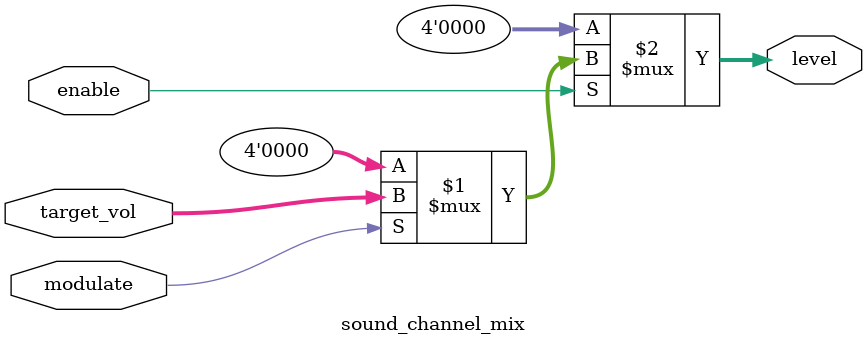
<source format=v>
`timescale 1ns / 1ps
module sound_channel_mix(
    input enable,
    input modulate,
    input [3:0] target_vol,
    output [3:0] level
    );

    /*// Converting Volume envelope to 2s compliment number
    reg [3:0] target_vol_low;
    wire [3:0] target_vol_high;
    always@(target_vol)
    begin
        case (target_vol)
            4'b0000: target_vol_low = 4'b0000;
            4'b0001: target_vol_low = 4'b1111;
            4'b0010: target_vol_low = 4'b1111;
            4'b0011: target_vol_low = 4'b1110;
            4'b0100: target_vol_low = 4'b1110;
            4'b0101: target_vol_low = 4'b1101;
            4'b0110: target_vol_low = 4'b1101;
            4'b0111: target_vol_low = 4'b1100;
            4'b1000: target_vol_low = 4'b1100;
            4'b1001: target_vol_low = 4'b1011;
            4'b1010: target_vol_low = 4'b1011;
            4'b1011: target_vol_low = 4'b1010;
            4'b1100: target_vol_low = 4'b1010;
            4'b1101: target_vol_low = 4'b1001;
            4'b1110: target_vol_low = 4'b1001;
            4'b1111: target_vol_low = 4'b1000;
        endcase
    end
    assign target_vol_high = {1'b0, target_vol[3:1]};
                                
    assign level = (enable) ? ((modulate) ? (target_vol_high) : (target_vol_low)) : (4'b0000);*/
    
    assign level = (enable) ? ((modulate) ? (target_vol) : (4'b0000)) : (4'b0000);
    
endmodule

</source>
